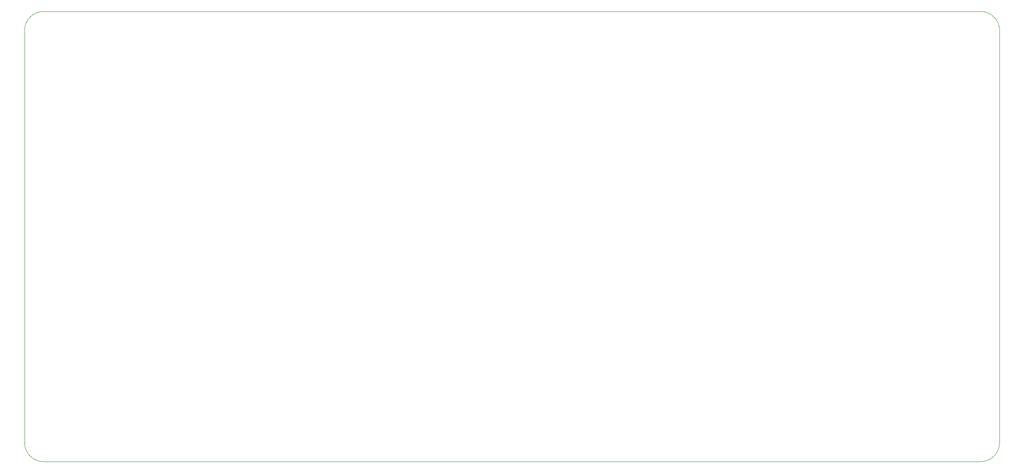
<source format=gm1>
G04 #@! TF.GenerationSoftware,KiCad,Pcbnew,8.0.9-8.0.9-0~ubuntu22.04.1*
G04 #@! TF.CreationDate,2025-05-11T08:50:38+10:00*
G04 #@! TF.ProjectId,Generic_Front_Panel,47656e65-7269-4635-9f46-726f6e745f50,rev?*
G04 #@! TF.SameCoordinates,Original*
G04 #@! TF.FileFunction,Profile,NP*
%FSLAX46Y46*%
G04 Gerber Fmt 4.6, Leading zero omitted, Abs format (unit mm)*
G04 Created by KiCad (PCBNEW 8.0.9-8.0.9-0~ubuntu22.04.1) date 2025-05-11 08:50:38*
%MOMM*%
%LPD*%
G01*
G04 APERTURE LIST*
G04 #@! TA.AperFunction,Profile*
%ADD10C,0.050000*%
G04 #@! TD*
G04 APERTURE END LIST*
D10*
X243205000Y-128270000D02*
G75*
G02*
X239395000Y-132080000I-3810000J0D01*
G01*
X52070000Y-132080000D02*
G75*
G02*
X48260000Y-128270000I0J3810000D01*
G01*
X48260000Y-45720000D02*
G75*
G02*
X52070000Y-41910000I3810000J0D01*
G01*
X52070000Y-132080000D02*
X239395000Y-132080000D01*
X243205000Y-128270000D02*
X243205000Y-45720000D01*
X239395000Y-41910000D02*
X52070000Y-41910000D01*
X239395000Y-41910000D02*
G75*
G02*
X243205000Y-45720000I0J-3810000D01*
G01*
X48260000Y-45720000D02*
X48260000Y-128270000D01*
M02*

</source>
